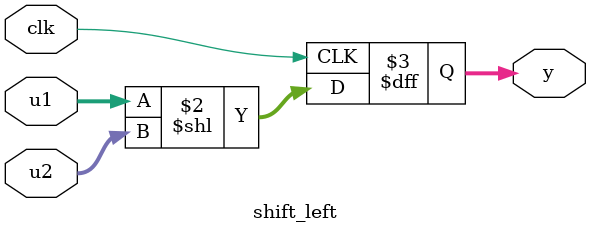
<source format=sv>
module shift_left(
input clk,
input [3:0] u1, u2,
output reg [3:0] y);

always @(posedge clk) begin
		 y <= u1 << u2;
end

endmodule

</source>
